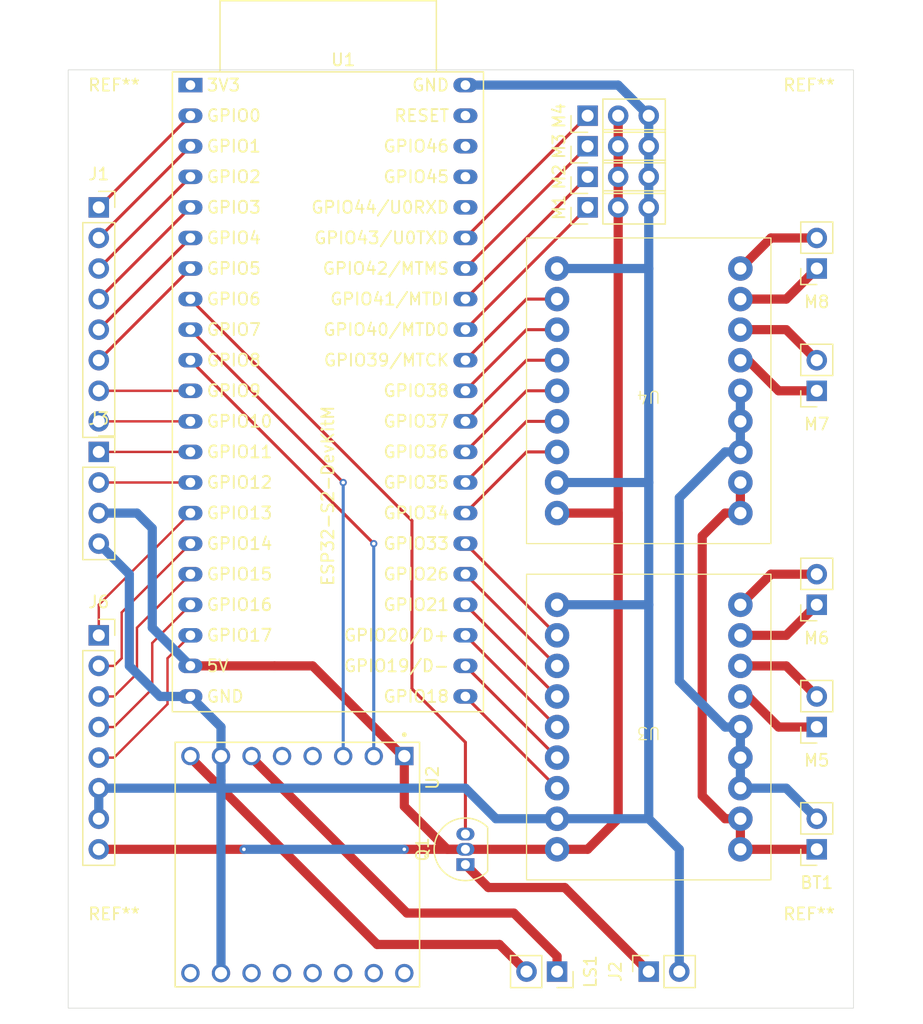
<source format=kicad_pcb>
(kicad_pcb (version 20241229) (generator "pcbnew") (generator_version "9.0")
  (layers (0 "F.Cu" signal) (2 "B.Cu" signal) (13 "F.Paste" user) (15 "B.Paste" user) (5 "F.SilkS" user "F.Silkscreen") (7 "B.SilkS" user "B.Silkscreen") (1 "F.Mask" user) (3 "B.Mask" user) (25 "Edge.Cuts" user))
  (net 0 "")
  (net 1 "GND1")
  (net 2 "VCCQ")
  (net 3 "Net-(J1-Pin_2)")
  (net 4 "Net-(J1-Pin_3)")
  (net 5 "Net-(J1-Pin_4)")
  (net 6 "Net-(J1-Pin_5)")
  (net 7 "Net-(J1-Pin_1)")
  (net 8 "Net-(J1-Pin_6)")
  (net 9 "GND")
  (net 10 "Net-(J2-Pin_1)")
  (net 11 "GPIO16")
  (net 12 "Net-(J3-Pin_1)")
  (net 13 "GPIO15")
  (net 14 "Net-(J3-Pin_2)")
  (net 15 "Net-(U2-SPK1)")
  (net 16 "Net-(U2-SPK2)")
  (net 17 "PWM_HandL")
  (net 18 "VCC")
  (net 19 "PWM_HandR")
  (net 20 "PWM_RotateFry")
  (net 21 "PWM_FixFry")
  (net 22 "Net-(M5-+)")
  (net 23 "Net-(M5--)")
  (net 24 "Net-(M6--)")
  (net 25 "Net-(M6-+)")
  (net 26 "Net-(M7-+)")
  (net 27 "Net-(M7--)")
  (net 28 "Net-(M8--)")
  (net 29 "Net-(M8-+)")
  (net 30 "Fire")
  (net 31 "R_AI_2")
  (net 32 "DF_RX")
  (net 33 "R_BI_P")
  (net 34 "L_AI_1")
  (net 35 "L_BI_P")
  (net 36 "DF_TX")
  (net 39 "L_BI_2")
  (net 40 "R_BI_2")
  (net 42 "R_AI_P")
  (net 44 "L_AI_P")
  (net 45 "R_AI_1")
  (net 47 "GPIO17")
  (net 48 "L_BI_1")
  (net 49 "R_BI_1")
  (net 50 "L_AI_2")
  (net 60 "GPIO14")
  (net 61 "GPIO13")
  (net 62 "Net-(J1-Pin_8)")
  (net 63 "Net-(J1-Pin_7)")
  (footprint "Connector_PinSocket_2.54mm:PinSocket_1x02_P2.54mm_Vertical" (layer "F.Cu") (at 104.14 111.76 90)
    (property "Reference" "J2" (at 0 -2.77 90) (layer "F.SilkS"))
    (property "Value" "Fires")
    (fp_line (start 1.33 -1.33) (end 1.33 0) (stroke (width 0.12)) (layer "F.SilkS"))
    (fp_line (start 0 -1.33) (end 1.33 -1.33) (stroke (width 0.12)) (layer "F.SilkS"))
    (fp_line (start 1.33 1.27) (end 1.33 3.87) (stroke (width 0.12)) (layer "F.SilkS"))
    (fp_line (start -1.33 1.27) (end 1.33 1.27) (stroke (width 0.12)) (layer "F.SilkS"))
    (fp_line (start -1.33 1.27) (end -1.33 3.87) (stroke (width 0.12)) (layer "F.SilkS"))
    (fp_line (start -1.33 3.87) (end 1.33 3.87) (stroke (width 0.12)) (layer "F.SilkS"))
    (pad "1" thru_hole rect (at 0 0 90) (size 1.7 1.7) (drill 1) (layers "*.Cu" "*.Mask") (net 10 "Net-(J2-Pin_1)"))
    (pad "2" thru_hole circle (at 0 2.54 90) (size 1.7 1.7) (drill 1) (layers "*.Cu" "*.Mask") (net 9 "GND"))
  )
  (footprint "Connector_PinSocket_2.54mm:PinSocket_1x02_P2.54mm_Vertical" (layer "F.Cu") (at 118.11 63.5 180)
    (property "Reference" "M7" (at 0 -2.77 180) (layer "F.SilkS"))
    (property "Value" "MotorRT")
    (fp_line (start 1.33 1.27) (end 1.33 3.87) (stroke (width 0.12)) (layer "F.SilkS"))
    (fp_line (start 1.33 -1.33) (end 1.33 0) (stroke (width 0.12)) (layer "F.SilkS"))
    (fp_line (start 0 -1.33) (end 1.33 -1.33) (stroke (width 0.12)) (layer "F.SilkS"))
    (fp_line (start -1.33 3.87) (end 1.33 3.87) (stroke (width 0.12)) (layer "F.SilkS"))
    (fp_line (start -1.33 1.27) (end 1.33 1.27) (stroke (width 0.12)) (layer "F.SilkS"))
    (fp_line (start -1.33 1.27) (end -1.33 3.87) (stroke (width 0.12)) (layer "F.SilkS"))
    (pad "1" thru_hole rect (at 0 0 180) (size 1.7 1.7) (drill 1) (layers "*.Cu" "*.Mask") (net 26 "Net-(M7-+)"))
    (pad "2" thru_hole circle (at 0 2.54 180) (size 1.7 1.7) (drill 1) (layers "*.Cu" "*.Mask") (net 27 "Net-(M7--)"))
  )
  (footprint "Connector_PinHeader_2.54mm:PinHeader_1x03_P2.54mm_Vertical" (layer "F.Cu") (at 99.06 43.18 90)
    (property "Reference" "M3" (at 0 -2.38 90) (layer "F.SilkS"))
    (property "Value" "ServoRotateFry")
    (fp_line (start -1.38 -1.38) (end 0 -1.38) (stroke (width 0.12)) (layer "F.SilkS"))
    (fp_line (start -1.38 0) (end -1.38 -1.38) (stroke (width 0.12)) (layer "F.SilkS"))
    (fp_line (start 1.38 1.27) (end 1.38 6.46) (stroke (width 0.12)) (layer "F.SilkS"))
    (fp_line (start -1.38 1.27) (end 1.38 1.27) (stroke (width 0.12)) (layer "F.SilkS"))
    (fp_line (start -1.38 1.27) (end -1.38 6.46) (stroke (width 0.12)) (layer "F.SilkS"))
    (fp_line (start -1.38 6.46) (end 1.38 6.46) (stroke (width 0.12)) (layer "F.SilkS"))
    (pad "1" thru_hole rect (at 0 0 90) (size 1.7 1.7) (drill 1) (layers "*.Cu" "*.Mask") (net 20 "PWM_RotateFry"))
    (pad "2" thru_hole circle (at 0 2.54 90) (size 1.7 1.7) (drill 1) (layers "*.Cu" "*.Mask") (net 18 "VCC"))
    (pad "3" thru_hole circle (at 0 5.08 90) (size 1.7 1.7) (drill 1) (layers "*.Cu" "*.Mask") (net 9 "GND"))
  )
  (footprint "Connector_PinSocket_2.54mm:PinSocket_1x08_P2.54mm_Vertical" (layer "F.Cu") (at 58.42 48.26)
    (property "Reference" "J1" (at 0 -2.77 0) (layer "F.SilkS"))
    (property "Value" "AdvancedConnector")
    (fp_line (start -1.33 1.27) (end -1.33 19.11) (stroke (width 0.12)) (layer "F.SilkS"))
    (fp_line (start -1.33 1.27) (end 1.33 1.27) (stroke (width 0.12)) (layer "F.SilkS"))
    (fp_line (start -1.33 19.11) (end 1.33 19.11) (stroke (width 0.12)) (layer "F.SilkS"))
    (fp_line (start 0 -1.33) (end 1.33 -1.33) (stroke (width 0.12)) (layer "F.SilkS"))
    (fp_line (start 1.33 -1.33) (end 1.33 0) (stroke (width 0.12)) (layer "F.SilkS"))
    (fp_line (start 1.33 1.27) (end 1.33 19.11) (stroke (width 0.12)) (layer "F.SilkS"))
    (pad "1" thru_hole rect (at 0 0) (size 1.7 1.7) (drill 1) (layers "*.Cu" "*.Mask") (net 7 "Net-(J1-Pin_1)"))
    (pad "2" thru_hole circle (at 0 2.54) (size 1.7 1.7) (drill 1) (layers "*.Cu" "*.Mask") (net 3 "Net-(J1-Pin_2)"))
    (pad "3" thru_hole circle (at 0 5.08) (size 1.7 1.7) (drill 1) (layers "*.Cu" "*.Mask") (net 4 "Net-(J1-Pin_3)"))
    (pad "4" thru_hole circle (at 0 7.62) (size 1.7 1.7) (drill 1) (layers "*.Cu" "*.Mask") (net 5 "Net-(J1-Pin_4)"))
    (pad "5" thru_hole circle (at 0 10.16) (size 1.7 1.7) (drill 1) (layers "*.Cu" "*.Mask") (net 6 "Net-(J1-Pin_5)"))
    (pad "6" thru_hole circle (at 0 12.7) (size 1.7 1.7) (drill 1) (layers "*.Cu" "*.Mask") (net 8 "Net-(J1-Pin_6)"))
    (pad "7" thru_hole circle (at 0 15.24) (size 1.7 1.7) (drill 1) (layers "*.Cu" "*.Mask") (net 63 "Net-(J1-Pin_7)"))
    (pad "8" thru_hole circle (at 0 17.78) (size 1.7 1.7) (drill 1) (layers "*.Cu" "*.Mask") (net 62 "Net-(J1-Pin_8)"))
  )
  (footprint "Connector_PinSocket_2.54mm:PinSocket_1x02_P2.54mm_Vertical" (layer "F.Cu") (at 96.52 111.76 -90)
    (property "Reference" "LS1" (at 0 -2.77 270) (layer "F.SilkS"))
    (property "Value" "Speaker")
    (fp_line (start -1.33 3.87) (end 1.33 3.87) (stroke (width 0.12)) (layer "F.SilkS"))
    (fp_line (start -1.33 1.27) (end -1.33 3.87) (stroke (width 0.12)) (layer "F.SilkS"))
    (fp_line (start -1.33 1.27) (end 1.33 1.27) (stroke (width 0.12)) (layer "F.SilkS"))
    (fp_line (start 1.33 1.27) (end 1.33 3.87) (stroke (width 0.12)) (layer "F.SilkS"))
    (fp_line (start 0 -1.33) (end 1.33 -1.33) (stroke (width 0.12)) (layer "F.SilkS"))
    (fp_line (start 1.33 -1.33) (end 1.33 0) (stroke (width 0.12)) (layer "F.SilkS"))
    (pad "1" thru_hole rect (at 0 0 270) (size 1.7 1.7) (drill 1) (layers "*.Cu" "*.Mask") (net 15 "Net-(U2-SPK1)"))
    (pad "2" thru_hole circle (at 0 2.54 270) (size 1.7 1.7) (drill 1) (layers "*.Cu" "*.Mask") (net 16 "Net-(U2-SPK2)"))
  )
  (footprint "Package_TO_SOT_THT:TO-92_Inline" (layer "F.Cu") (at 88.9 102.87 90)
    (property "Reference" "Q1" (at 1.27 -3.56 90) (layer "F.SilkS"))
    (property "Value" "2SC1815")
    (fp_line (start -0.53 1.85) (end 3.07 1.85) (stroke (width 0.12)) (layer "F.SilkS"))
    (fp_arc (start 1.27 -2.6) (mid 3.672087 -0.994977) (end 3.108478 1.838478) (stroke (width 0.12)) (layer "F.SilkS"))
    (fp_arc (start -0.568478 1.838478) (mid -1.132087 -0.994977) (end 1.27 -2.6) (stroke (width 0.12)) (layer "F.SilkS"))
    (pad "1" thru_hole rect (at 0 0 90) (size 1.05 1.5) (drill 0.75) (layers "*.Cu" "*.Mask") (net 10 "Net-(J2-Pin_1)"))
    (pad "2" thru_hole oval (at 1.27 0 90) (size 1.05 1.5) (drill 0.75) (layers "*.Cu" "*.Mask") (net 18 "VCC"))
    (pad "3" thru_hole oval (at 2.54 0 90) (size 1.05 1.5) (drill 0.75) (layers "*.Cu" "*.Mask") (net 30 "Fire"))
  )
  (footprint "Connector_PinSocket_2.54mm:PinSocket_1x08_P2.54mm_Vertical" (layer "F.Cu") (at 58.42 83.82)
    (property "Reference" "J6" (at 0 -2.77 0) (layer "F.SilkS"))
    (property "Value" "Conn_01x08_Socket")
    (fp_line (start -1.33 1.27) (end -1.33 19.11) (stroke (width 0.12)) (layer "F.SilkS"))
    (fp_line (start -1.33 1.27) (end 1.33 1.27) (stroke (width 0.12)) (layer "F.SilkS"))
    (fp_line (start -1.33 19.11) (end 1.33 19.11) (stroke (width 0.12)) (layer "F.SilkS"))
    (fp_line (start 0 -1.33) (end 1.33 -1.33) (stroke (width 0.12)) (layer "F.SilkS"))
    (fp_line (start 1.33 -1.33) (end 1.33 0) (stroke (width 0.12)) (layer "F.SilkS"))
    (fp_line (start 1.33 1.27) (end 1.33 19.11) (stroke (width 0.12)) (layer "F.SilkS"))
    (pad "1" thru_hole rect (at 0 0) (size 1.7 1.7) (drill 1) (layers "*.Cu" "*.Mask") (net 61 "GPIO13"))
    (pad "2" thru_hole circle (at 0 2.54) (size 1.7 1.7) (drill 1) (layers "*.Cu" "*.Mask") (net 60 "GPIO14"))
    (pad "3" thru_hole circle (at 0 5.08) (size 1.7 1.7) (drill 1) (layers "*.Cu" "*.Mask") (net 13 "GPIO15"))
    (pad "4" thru_hole circle (at 0 7.62) (size 1.7 1.7) (drill 1) (layers "*.Cu" "*.Mask") (net 11 "GPIO16"))
    (pad "5" thru_hole circle (at 0 10.16) (size 1.7 1.7) (drill 1) (layers "*.Cu" "*.Mask") (net 47 "GPIO17"))
    (pad "6" thru_hole circle (at 0 12.7) (size 1.7 1.7) (drill 1) (layers "*.Cu" "*.Mask") (net 9 "GND"))
    (pad "7" thru_hole circle (at 0 15.24) (size 1.7 1.7) (drill 1) (layers "*.Cu" "*.Mask") (net 9 "GND"))
    (pad "8" thru_hole circle (at 0 17.78) (size 1.7 1.7) (drill 1) (layers "*.Cu" "*.Mask") (net 18 "VCC"))
  )
  (footprint "自作:TB6612" (layer "F.Cu") (at 104.14 63.5 180)
    (property "Reference" "U4" (at 0 -0.5 180) (layer "F.SilkS") (effects (font (thickness 0.1))))
    (property "Value" "TB6612(R)")
    (fp_rect (start -10.16 -12.7) (end 10.16 12.7) (stroke (width 0.1)) (fill no) (layer "F.SilkS"))
    (pad "1" thru_hole circle (at -7.62 -10.16 180) (size 2.032 2.032) (drill 1.016) (layers "*.Cu" "*.Mask") (net 2 "VCCQ"))
    (pad "2" thru_hole circle (at -7.62 -7.62 180) (size 2.032 2.032) (drill 1.016) (layers "*.Cu" "*.Mask") (net 2 "VCCQ"))
    (pad "3" thru_hole circle (at -7.62 -5.08 180) (size 2.032 2.032) (drill 1.016) (layers "*.Cu" "*.Mask") (net 1 "GND1"))
    (pad "4" thru_hole circle (at -7.62 -2.54 180) (size 2.032 2.032) (drill 1.016) (layers "*.Cu" "*.Mask") (net 1 "GND1"))
    (pad "5" thru_hole circle (at -7.62 0 180) (size 2.032 2.032) (drill 1.016) (layers "*.Cu" "*.Mask") (net 1 "GND1"))
    (pad "6" thru_hole circle (at -7.62 2.54 180) (size 2.032 2.032) (drill 1.016) (layers "*.Cu" "*.Mask") (net 26 "Net-(M7-+)"))
    (pad "7" thru_hole circle (at -7.62 5.08 180) (size 2.032 2.032) (drill 1.016) (layers "*.Cu" "*.Mask") (net 27 "Net-(M7--)"))
    (pad "8" thru_hole circle (at -7.62 7.62 180) (size 2.032 2.032) (drill 1.016) (layers "*.Cu" "*.Mask") (net 29 "Net-(M8-+)"))
    (pad "9" thru_hole circle (at -7.62 10.16 180) (size 2.032 2.032) (drill 1.016) (layers "*.Cu" "*.Mask") (net 28 "Net-(M8--)"))
    (pad "10" thru_hole circle (at 7.62 10.16 180) (size 2.032 2.032) (drill 1.016) (layers "*.Cu" "*.Mask") (net 9 "GND"))
    (pad "11" thru_hole circle (at 7.62 7.62 180) (size 2.032 2.032) (drill 1.016) (layers "*.Cu" "*.Mask") (net 42 "R_AI_P"))
    (pad "12" thru_hole circle (at 7.62 5.08 180) (size 2.032 2.032) (drill 1.016) (layers "*.Cu" "*.Mask") (net 31 "R_AI_2"))
    (pad "13" thru_hole circle (at 7.62 2.54 180) (size 2.032 2.032) (drill 1.016) (layers "*.Cu" "*.Mask") (net 45 "R_AI_1"))
    (pad "14" thru_hole circle (at 7.62 0 180) (size 2.032 2.032) (drill 1.016) (layers "*.Cu" "*.Mask") (net 49 "R_BI_1"))
    (pad "15" thru_hole circle (at 7.62 -2.54 180) (size 2.032 2.032) (drill 1.016) (layers "*.Cu" "*.Mask") (net 40 "R_BI_2"))
    (pad "16" thru_hole circle (at 7.62 -5.08 180) (size 2.032 2.032) (drill 1.016) (layers "*.Cu" "*.Mask") (net 33 "R_BI_P"))
    (pad "17" thru_hole circle (at 7.62 -7.62 180) (size 2.032 2.032) (drill 1.016) (layers "*.Cu" "*.Mask") (net 9 "GND"))
    (pad "18" thru_hole circle (at 7.62 -10.16 180) (size 2.032 2.032) (drill 1.016) (layers "*.Cu" "*.Mask") (net 18 "VCC"))
  )
  (footprint "DFR0299:MODULE_DFR0299" (layer "F.Cu") (at 74.93 102.87 -90)
    (property "Reference" "U2" (at -7.225 -11.235 90) (layer "F.SilkS"))
    (property "Value" "DFPlayer")
    (fp_line (start -10.16 10.16) (end -10.16 -10.16) (stroke (width 0.127)) (layer "F.SilkS"))
    (fp_line (start 10.16 10.16) (end -10.16 10.16) (stroke (width 0.127)) (layer "F.SilkS"))
    (fp_line (start -10.16 -10.16) (end 10.16 -10.16) (stroke (width 0.127)) (layer "F.SilkS"))
    (fp_line (start 10.16 -10.16) (end 10.16 10.16) (stroke (width 0.127)) (layer "F.SilkS"))
    (fp_circle (center -10.8 -8.89) (end -10.7 -8.89) (stroke (width 0.2)) (fill no) (layer "F.SilkS"))
    (pad "1" thru_hole rect (at -9.017 -8.89 270) (size 1.524 1.524) (drill 1.016) (layers "*.Cu" "*.Mask") (net 18 "VCC"))
    (pad "2" thru_hole circle (at -9.017 -6.35 270) (size 1.524 1.524) (drill 1.016) (layers "*.Cu" "*.Mask") (net 32 "DF_RX"))
    (pad "3" thru_hole circle (at -9.017 -3.81 270) (size 1.524 1.524) (drill 1.016) (layers "*.Cu" "*.Mask") (net 36 "DF_TX"))
    (pad "4" thru_hole circle (at -9.017 -1.27 270) (size 1.524 1.524) (drill 1.016) (layers "*.Cu" "*.Mask"))
    (pad "5" thru_hole circle (at -9.017 1.27 270) (size 1.524 1.524) (drill 1.016) (layers "*.Cu" "*.Mask"))
    (pad "6" thru_hole circle (at -9.017 3.81 270) (size 1.524 1.524) (drill 1.016) (layers "*.Cu" "*.Mask") (net 15 "Net-(U2-SPK1)"))
    (pad "7" thru_hole circle (at -9.017 6.35 270) (size 1.524 1.524) (drill 1.016) (layers "*.Cu" "*.Mask") (net 9 "GND"))
    (pad "8" thru_hole circle (at -9.017 8.89 270) (size 1.524 1.524) (drill 1.016) (layers "*.Cu" "*.Mask") (net 16 "Net-(U2-SPK2)"))
    (pad "9" thru_hole circle (at 9.017 8.89 270) (size 1.524 1.524) (drill 1.016) (layers "*.Cu" "*.Mask"))
    (pad "10" thru_hole circle (at 9.017 6.35 270) (size 1.524 1.524) (drill 1.016) (layers "*.Cu" "*.Mask") (net 9 "GND"))
    (pad "11" thru_hole circle (at 9.017 3.81 270) (size 1.524 1.524) (drill 1.016) (layers "*.Cu" "*.Mask"))
    (pad "12" thru_hole circle (at 9.017 1.27 270) (size 1.524 1.524) (drill 1.016) (layers "*.Cu" "*.Mask"))
    (pad "13" thru_hole circle (at 9.017 -1.27 270) (size 1.524 1.524) (drill 1.016) (layers "*.Cu" "*.Mask"))
    (pad "14" thru_hole circle (at 9.017 -3.81 270) (size 1.524 1.524) (drill 1.016) (layers "*.Cu" "*.Mask"))
    (pad "15" thru_hole circle (at 9.017 -6.35 270) (size 1.524 1.524) (drill 1.016) (layers "*.Cu" "*.Mask"))
    (pad "16" thru_hole circle (at 9.017 -8.89 270) (size 1.524 1.524) (drill 1.016) (layers "*.Cu" "*.Mask"))
  )
  (footprint "MountingHole:MountingHole_3.2mm_M3" (layer "F.Cu") (at 59.69 111.125)
    (property "Reference" "REF**" (at 0 -4.15 0) (layer "F.SilkS"))
    (property "Value" "MountingHole_3.2mm_M3")
    (pad "" np_thru_hole circle (at 0 0) (size 3.2 3.2) (drill 3.2) (layers "*.Cu" "*.Mask"))
  )
  (footprint "MountingHole:MountingHole_3.2mm_M3" (layer "F.Cu") (at 59.69 40.64)
    (property "Reference" "REF**" (at 0 -2.54 0) (layer "F.SilkS"))
    (property "Value" "MountingHole_3.2mm_M3")
    (pad "" np_thru_hole circle (at 0 0) (size 3.2 3.2) (drill 3.2) (layers "*.Cu" "*.Mask"))
  )
  (footprint "Connector_PinHeader_2.54mm:PinHeader_1x03_P2.54mm_Vertical" (layer "F.Cu") (at 99.06 48.26 90)
    (property "Reference" "M1" (at 0 -2.38 90) (layer "F.SilkS"))
    (property "Value" "ServoHandL")
    (fp_line (start -1.38 -1.38) (end 0 -1.38) (stroke (width 0.12)) (layer "F.SilkS"))
    (fp_line (start -1.38 0) (end -1.38 -1.38) (stroke (width 0.12)) (layer "F.SilkS"))
    (fp_line (start 1.38 1.27) (end 1.38 6.46) (stroke (width 0.12)) (layer "F.SilkS"))
    (fp_line (start -1.38 1.27) (end 1.38 1.27) (stroke (width 0.12)) (layer "F.SilkS"))
    (fp_line (start -1.38 1.27) (end -1.38 6.46) (stroke (width 0.12)) (layer "F.SilkS"))
    (fp_line (start -1.38 6.46) (end 1.38 6.46) (stroke (width 0.12)) (layer "F.SilkS"))
    (pad "1" thru_hole rect (at 0 0 90) (size 1.7 1.7) (drill 1) (layers "*.Cu" "*.Mask") (net 17 "PWM_HandL"))
    (pad "2" thru_hole circle (at 0 2.54 90) (size 1.7 1.7) (drill 1) (layers "*.Cu" "*.Mask") (net 18 "VCC"))
    (pad "3" thru_hole circle (at 0 5.08 90) (size 1.7 1.7) (drill 1) (layers "*.Cu" "*.Mask") (net 9 "GND"))
  )
  (footprint "MountingHole:MountingHole_3.2mm_M3" (layer "F.Cu") (at 117.475 111.125)
    (property "Reference" "REF**" (at 0 -4.15 0) (layer "F.SilkS"))
    (property "Value" "MountingHole_3.2mm_M3")
    (pad "" np_thru_hole circle (at 0 0) (size 3.2 3.2) (drill 3.2) (layers "*.Cu" "*.Mask"))
  )
  (footprint "Connector_PinHeader_2.54mm:PinHeader_1x03_P2.54mm_Vertical" (layer "F.Cu") (at 99.06 45.72 90)
    (property "Reference" "M2" (at 0 -2.38 90) (layer "F.SilkS"))
    (property "Value" "ServoHandR")
    (fp_line (start -1.38 -1.38) (end 0 -1.38) (stroke (width 0.12)) (layer "F.SilkS"))
    (fp_line (start -1.38 0) (end -1.38 -1.38) (stroke (width 0.12)) (layer "F.SilkS"))
    (fp_line (start 1.38 1.27) (end 1.38 6.46) (stroke (width 0.12)) (layer "F.SilkS"))
    (fp_line (start -1.38 1.27) (end 1.38 1.27) (stroke (width 0.12)) (layer "F.SilkS"))
    (fp_line (start -1.38 1.27) (end -1.38 6.46) (stroke (width 0.12)) (layer "F.SilkS"))
    (fp_line (start -1.38 6.46) (end 1.38 6.46) (stroke (width 0.12)) (layer "F.SilkS"))
    (pad "1" thru_hole rect (at 0 0 90) (size 1.7 1.7) (drill 1) (layers "*.Cu" "*.Mask") (net 19 "PWM_HandR"))
    (pad "2" thru_hole circle (at 0 2.54 90) (size 1.7 1.7) (drill 1) (layers "*.Cu" "*.Mask") (net 18 "VCC"))
    (pad "3" thru_hole circle (at 0 5.08 90) (size 1.7 1.7) (drill 1) (layers "*.Cu" "*.Mask") (net 9 "GND"))
  )
  (footprint "自作:TB6612" (layer "F.Cu") (at 104.14 91.44 180)
    (property "Reference" "U3" (at 0 -0.5 180) (layer "F.SilkS") (effects (font (thickness 0.1))))
    (property "Value" "TB6612(L)")
    (fp_rect (start -10.16 -12.7) (end 10.16 12.7) (stroke (width 0.1)) (fill no) (layer "F.SilkS"))
    (pad "1" thru_hole circle (at -7.62 -10.16 180) (size 2.032 2.032) (drill 1.016) (layers "*.Cu" "*.Mask") (net 2 "VCCQ"))
    (pad "2" thru_hole circle (at -7.62 -7.62 180) (size 2.032 2.032) (drill 1.016) (layers "*.Cu" "*.Mask") (net 2 "VCCQ"))
    (pad "3" thru_hole circle (at -7.62 -5.08 180) (size 2.032 2.032) (drill 1.016) (layers "*.Cu" "*.Mask") (net 1 "GND1"))
    (pad "4" thru_hole circle (at -7.62 -2.54 180) (size 2.032 2.032) (drill 1.016) (layers "*.Cu" "*.Mask") (net 1 "GND1"))
    (pad "5" thru_hole circle (at -7.62 0 180) (size 2.032 2.032) (drill 1.016) (layers "*.Cu" "*.Mask") (net 1 "GND1"))
    (pad "6" thru_hole circle (at -7.62 2.54 180) (size 2.032 2.032) (drill 1.016) (layers "*.Cu" "*.Mask") (net 22 "Net-(M5-+)"))
    (pad "7" thru_hole circle (at -7.62 5.08 180) (size 2.032 2.032) (drill 1.016) (layers "*.Cu" "*.Mask") (net 23 "Net-(M5--)"))
    (pad "8" thru_hole circle (at -7.62 7.62 180) (size 2.032 2.032) (drill 1.016) (layers "*.Cu" "*.Mask") (net 25 "Net-(M6-+)"))
    (pad "9" thru_hole circle (at -7.62 10.16 180) (size 2.032 2.032) (drill 1.016) (layers "*.Cu" "*.Mask") (net 24 "Net-(M6--)"))
    (pad "10" thru_hole circle (at 7.62 10.16 180) (size 2.032 2.032) (drill 1.016) (layers "*.Cu" "*.Mask") (net 9 "GND"))
    (pad "11" thru_hole circle (at 7.62 7.62 180) (size 2.032 2.032) (drill 1.016) (layers "*.Cu" "*.Mask") (net 44 "L_AI_P"))
    (pad "12" thru_hole circle (at 7.62 5.08 180) (size 2.032 2.032) (drill 1.016) (layers "*.Cu" "*.Mask") (net 50 "L_AI_2"))
    (pad "13" thru_hole circle (at 7.62 2.54 180) (size 2.032 2.032) (drill 1.016) (layers "*.Cu" "*.Mask") (net 34 "L_AI_1"))
    (pad "14" thru_hole circle (at 7.62 0 180) (size 2.032 2.032) (drill 1.016) (layers "*.Cu" "*.Mask") (net 48 "L_BI_1"))
    (pad "15" thru_hole circle (at 7.62 -2.54 180) (size 2.032 2.032) (drill 1.016) (layers "*.Cu" "*.Mask") (net 39 "L_BI_2"))
    (pad "16" thru_hole circle (at 7.62 -5.08 180) (size 2.032 2.032) (drill 1.016) (layers "*.Cu" "*.Mask") (net 35 "L_BI_P"))
    (pad "17" thru_hole circle (at 7.62 -7.62 180) (size 2.032 2.032) (drill 1.016) (layers "*.Cu" "*.Mask") (net 9 "GND"))
    (pad "18" thru_hole circle (at 7.62 -10.16 180) (size 2.032 2.032) (drill 1.016) (layers "*.Cu" "*.Mask") (net 18 "VCC"))
  )
  (footprint "Connector_PinSocket_2.54mm:PinSocket_1x02_P2.54mm_Vertical" (layer "F.Cu") (at 118.11 53.34 180)
    (property "Reference" "M8" (at 0 -2.77 180) (layer "F.SilkS"))
    (property "Value" "MotorRB")
    (fp_line (start 1.33 1.27) (end 1.33 3.87) (stroke (width 0.12)) (layer "F.SilkS"))
    (fp_line (start 1.33 -1.33) (end 1.33 0) (stroke (width 0.12)) (layer "F.SilkS"))
    (fp_line (start 0 -1.33) (end 1.33 -1.33) (stroke (width 0.12)) (layer "F.SilkS"))
    (fp_line (start -1.33 3.87) (end 1.33 3.87) (stroke (width 0.12)) (layer "F.SilkS"))
    (fp_line (start -1.33 1.27) (end 1.33 1.27) (stroke (width 0.12)) (layer "F.SilkS"))
    (fp_line (start -1.33 1.27) (end -1.33 3.87) (stroke (width 0.12)) (layer "F.SilkS"))
    (pad "1" thru_hole rect (at 0 0 180) (size 1.7 1.7) (drill 1) (layers "*.Cu" "*.Mask") (net 29 "Net-(M8-+)"))
    (pad "2" thru_hole circle (at 0 2.54 180) (size 1.7 1.7) (drill 1) (layers "*.Cu" "*.Mask") (net 28 "Net-(M8--)"))
  )
  (footprint "Connector_PinSocket_2.54mm:PinSocket_1x02_P2.54mm_Vertical" (layer "F.Cu") (at 118.11 91.44 180)
    (property "Reference" "M5" (at 0 -2.77 180) (layer "F.SilkS"))
    (property "Value" "MotorLT")
    (fp_line (start 1.33 1.27) (end 1.33 3.87) (stroke (width 0.12)) (layer "F.SilkS"))
    (fp_line (start 1.33 -1.33) (end 1.33 0) (stroke (width 0.12)) (layer "F.SilkS"))
    (fp_line (start 0 -1.33) (end 1.33 -1.33) (stroke (width 0.12)) (layer "F.SilkS"))
    (fp_line (start -1.33 3.87) (end 1.33 3.87) (stroke (width 0.12)) (layer "F.SilkS"))
    (fp_line (start -1.33 1.27) (end 1.33 1.27) (stroke (width 0.12)) (layer "F.SilkS"))
    (fp_line (start -1.33 1.27) (end -1.33 3.87) (stroke (width 0.12)) (layer "F.SilkS"))
    (pad "1" thru_hole rect (at 0 0 180) (size 1.7 1.7) (drill 1) (layers "*.Cu" "*.Mask") (net 22 "Net-(M5-+)"))
    (pad "2" thru_hole circle (at 0 2.54 180) (size 1.7 1.7) (drill 1) (layers "*.Cu" "*.Mask") (net 23 "Net-(M5--)"))
  )
  (footprint "MountingHole:MountingHole_3.2mm_M3" (layer "F.Cu") (at 117.475 40.64)
    (property "Reference" "REF**" (at 0 -2.54 0) (layer "F.SilkS"))
    (property "Value" "MountingHole_3.2mm_M3")
    (pad "" np_thru_hole circle (at 0 0) (size 3.2 3.2) (drill 3.2) (layers "*.Cu" "*.Mask"))
  )
  (footprint "Connector_PinHeader_2.54mm:PinHeader_1x03_P2.54mm_Vertical" (layer "F.Cu") (at 99.06 40.64 90)
    (property "Reference" "M4" (at 0 -2.38 90) (layer "F.SilkS"))
    (property "Value" "ServoFixFry")
    (fp_line (start -1.38 -1.38) (end 0 -1.38) (stroke (width 0.12)) (layer "F.SilkS"))
    (fp_line (start -1.38 0) (end -1.38 -1.38) (stroke (width 0.12)) (layer "F.SilkS"))
    (fp_line (start 1.38 1.27) (end 1.38 6.46) (stroke (width 0.12)) (layer "F.SilkS"))
    (fp_line (start -1.38 1.27) (end 1.38 1.27) (stroke (width 0.12)) (layer "F.SilkS"))
    (fp_line (start -1.38 1.27) (end -1.38 6.46) (stroke (width 0.12)) (layer "F.SilkS"))
    (fp_line (start -1.38 6.46) (end 1.38 6.46) (stroke (width 0.12)) (layer "F.SilkS"))
    (pad "1" thru_hole rect (at 0 0 90) (size 1.7 1.7) (drill 1) (layers "*.Cu" "*.Mask") (net 21 "PWM_FixFry"))
    (pad "2" thru_hole circle (at 0 2.54 90) (size 1.7 1.7) (drill 1) (layers "*.Cu" "*.Mask") (net 18 "VCC"))
    (pad "3" thru_hole circle (at 0 5.08 90) (size 1.7 1.7) (drill 1) (layers "*.Cu" "*.Mask") (net 9 "GND"))
  )
  (footprint "Connector_PinSocket_2.54mm:PinSocket_1x04_P2.54mm_Vertical" (layer "F.Cu") (at 58.42 68.58)
    (property "Reference" "J3" (at 0 -2.77 0) (layer "F.SilkS"))
    (property "Value" "Conn_01x04_Socket")
    (fp_line (start -1.33 1.27) (end -1.33 8.95) (stroke (width 0.12)) (layer "F.SilkS"))
    (fp_line (start -1.33 1.27) (end 1.33 1.27) (stroke (width 0.12)) (layer "F.SilkS"))
    (fp_line (start -1.33 8.95) (end 1.33 8.95) (stroke (width 0.12)) (layer "F.SilkS"))
    (fp_line (start 0 -1.33) (end 1.33 -1.33) (stroke (width 0.12)) (layer "F.SilkS"))
    (fp_line (start 1.33 -1.33) (end 1.33 0) (stroke (width 0.12)) (layer "F.SilkS"))
    (fp_line (start 1.33 1.27) (end 1.33 8.95) (stroke (width 0.12)) (layer "F.SilkS"))
    (pad "1" thru_hole rect (at 0 0) (size 1.7 1.7) (drill 1) (layers "*.Cu" "*.Mask") (net 12 "Net-(J3-Pin_1)"))
    (pad "2" thru_hole circle (at 0 2.54) (size 1.7 1.7) (drill 1) (layers "*.Cu" "*.Mask") (net 14 "Net-(J3-Pin_2)"))
    (pad "3" thru_hole circle (at 0 5.08) (size 1.7 1.7) (drill 1) (layers "*.Cu" "*.Mask") (net 18 "VCC"))
    (pad "4" thru_hole circle (at 0 7.62) (size 1.7 1.7) (drill 1) (layers "*.Cu" "*.Mask") (net 9 "GND"))
  )
  (footprint "Connector_PinSocket_2.54mm:PinSocket_1x02_P2.54mm_Vertical" (layer "F.Cu") (at 118.11 101.6 180)
    (property "Reference" "BT1" (at 0 -2.77 180) (layer "F.SilkS"))
    (property "Value" "MotorBattery")
    (fp_line (start 1.33 1.27) (end 1.33 3.87) (stroke (width 0.12)) (layer "F.SilkS"))
    (fp_line (start 1.33 -1.33) (end 1.33 0) (stroke (width 0.12)) (layer "F.SilkS"))
    (fp_line (start 0 -1.33) (end 1.33 -1.33) (stroke (width 0.12)) (layer "F.SilkS"))
    (fp_line (start -1.33 3.87) (end 1.33 3.87) (stroke (width 0.12)) (layer "F.SilkS"))
    (fp_line (start -1.33 1.27) (end 1.33 1.27) (stroke (width 0.12)) (layer "F.SilkS"))
    (fp_line (start -1.33 1.27) (end -1.33 3.87) (stroke (width 0.12)) (layer "F.SilkS"))
    (pad "1" thru_hole rect (at 0 0 180) (size 1.7 1.7) (drill 1) (layers "*.Cu" "*.Mask") (net 2 "VCCQ"))
    (pad "2" thru_hole circle (at 0 2.54 180) (size 1.7 1.7) (drill 1) (layers "*.Cu" "*.Mask") (net 1 "GND1"))
  )
  (footprint "Connector_PinSocket_2.54mm:PinSocket_1x02_P2.54mm_Vertical" (layer "F.Cu") (at 118.11 81.28 180)
    (property "Reference" "M6" (at 0 -2.77 180) (layer "F.SilkS"))
    (property "Value" "MotorLB")
    (fp_line (start 1.33 1.27) (end 1.33 3.87) (stroke (width 0.12)) (layer "F.SilkS"))
    (fp_line (start 1.33 -1.33) (end 1.33 0) (stroke (width 0.12)) (layer "F.SilkS"))
    (fp_line (start 0 -1.33) (end 1.33 -1.33) (stroke (width 0.12)) (layer "F.SilkS"))
    (fp_line (start -1.33 3.87) (end 1.33 3.87) (stroke (width 0.12)) (layer "F.SilkS"))
    (fp_line (start -1.33 1.27) (end 1.33 1.27) (stroke (width 0.12)) (layer "F.SilkS"))
    (fp_line (start -1.33 1.27) (end -1.33 3.87) (stroke (width 0.12)) (layer "F.SilkS"))
    (pad "1" thru_hole rect (at 0 0 180) (size 1.7 1.7) (drill 1) (layers "*.Cu" "*.Mask") (net 25 "Net-(M6-+)"))
    (pad "2" thru_hole circle (at 0 2.54 180) (size 1.7 1.7) (drill 1) (layers "*.Cu" "*.Mask") (net 24 "Net-(M6--)"))
  )
  (footprint "PCM_Espressif:ESP32-S2-DevKitM" (layer "F.Cu") (at 66.04 38.1)
    (property "Reference" "U1" (at 12.7 -2.1 0) (layer "F.SilkS"))
    (property "Value" "ESP32-S2-DevKitM" (at 11.42632 34.13 90) (layer "F.SilkS"))
    (fp_line (start -1.503679 52.06728) (end 24.35632 52.06728) (stroke (width 0.12)) (layer "F.SilkS"))
    (fp_line (start -1.499999 -1.1) (end -1.503679 52.06728) (stroke (width 0.12)) (layer "F.SilkS"))
    (fp_line (start 2.46012 -7.01312) (end 20.44332 -7.01312) (stroke (width 0.12)) (layer "F.SilkS"))
    (fp_line (start 2.46012 -1.12032) (end 2.46012 -7.01312) (stroke (width 0.12)) (layer "F.SilkS"))
    (fp_line (start 20.44332 -7.01312) (end 20.44332 -1.12032) (stroke (width 0.12)) (layer "F.SilkS"))
    (fp_line (start 24.35632 52.06728) (end 24.36 -1.1) (stroke (width 0.12)) (layer "F.SilkS"))
    (fp_line (start 24.36 -1.1) (end -1.499999 -1.1) (stroke (width 0.12)) (layer "F.SilkS"))
    (fp_text user "GPIO5" (at 1.26632 15.23728 0) (layer "F.SilkS") (effects (justify left)))
    (fp_text user "GPIO18" (at 21.58632 50.79728 0) (layer "F.SilkS") (effects (justify right)))
    (fp_text user "GPIO39/MTCK" (at 21.58632 22.85728 0) (layer "F.SilkS") (effects (justify right)))
    (fp_text user "GPIO17" (at 1.26632 45.71728 0) (layer "F.SilkS") (effects (justify left)))
    (fp_text user "GPIO20/D+" (at 21.58632 45.71728 0) (layer "F.SilkS") (effects (justify right)))
    (fp_text user "GPIO19/D-" (at 21.58632 48.25728 0) (layer "F.SilkS") (effects (justify right)))
    (fp_text user "GPIO34" (at 21.58632 35.55728 0) (layer "F.SilkS") (effects (justify right)))
    (fp_text user "GPIO40/MTDO" (at 21.58632 20.31728 0) (layer "F.SilkS") (effects (justify right)))
    (fp_text user "GPIO41/MTDI" (at 21.58632 17.77728 0) (layer "F.SilkS") (effects (justify right)))
    (fp_text user "5V" (at 1.26632 48.25728 0) (layer "F.SilkS") (effects (justify left)))
    (fp_text user "GPIO37" (at 21.58632 27.93728 0) (layer "F.SilkS") (effects (justify right)))
    (fp_text user "3V3" (at 1.27 0 0) (layer "F.SilkS") (effects (justify left)))
    (fp_text user "GPIO13" (at 1.26632 35.55728 0) (layer "F.SilkS") (effects (justify left)))
    (fp_text user "GPIO9" (at 1.26632 25.39728 0) (layer "F.SilkS") (effects (justify left)))
    (fp_text user "GPIO42/MTMS" (at 21.58632 15.23728 0) (layer "F.SilkS") (effects (justify right)))
    (fp_text user "GPIO6" (at 1.26632 17.77728 0) (layer "F.SilkS") (effects (justify left)))
    (fp_text user "GPIO11" (at 1.26632 30.47728 0) (layer "F.SilkS") (effects (justify left)))
    (fp_text user "GPIO10" (at 1.26632 27.93728 0) (layer "F.SilkS") (effects (justify left)))
    (fp_text user "GPIO26" (at 21.58632 40.63728 0) (layer "F.SilkS") (effects (justify right)))
    (fp_text user "GPIO1" (at 1.26632 5.07728 0) (layer "F.SilkS") (effects (justify left)))
    (fp_text user "GND" (at 1.26632 50.79728 0) (layer "F.SilkS") (effects (justify left)))
    (fp_text user "GPIO2" (at 1.26632 7.61728 0) (layer "F.SilkS") (effects (justify left)))
    (fp_text user "GPIO14" (at 1.26632 38.09728 0) (layer "F.SilkS") (effects (justify left)))
    (fp_text user "GPIO36" (at 21.58632 30.47728 0) (layer "F.SilkS") (effects (justify right)))
    (fp_text user "GPIO45" (at 21.58632 7.61728 0) (layer "F.SilkS") (effects (justify right)))
    (fp_text user "GPIO3" (at 1.27 10.15728 0) (layer "F.SilkS") (effects (justify left)))
    (fp_text user "GND" (at 21.59 0 0) (layer "F.SilkS") (effects (justify right)))
    (fp_text user "GPIO7" (at 1.26632 20.31728 0) (layer "F.SilkS") (effects (justify left)))
    (fp_text user "GPIO16" (at 1.26632 43.17728 0) (layer "F.SilkS") (effects (justify left)))
    (fp_text user "GPIO43/U0TXD" (at 21.58632 12.69728 0) (layer "F.SilkS") (effects (justify right)))
    (fp_text user "RESET" (at 21.58632 2.53728 0) (layer "F.SilkS") (effects (justify right)))
    (fp_text user "GPIO38" (at 21.58632 25.39728 0) (layer "F.SilkS") (effects (justify right)))
    (fp_text user "GPIO4" (at 1.26632 12.69728 0) (layer "F.SilkS") (effects (justify left)))
    (fp_text user "GPIO35" (at 21.58632 33.01728 0) (layer "F.SilkS") (effects (justify right)))
    (fp_text user "GPIO8" (at 1.26632 22.85728 0) (layer "F.SilkS") (effects (justify left)))
    (fp_text user "GPIO21" (at 21.58632 43.17728 0) (layer "F.SilkS") (effects (justify right)))
    (fp_text user "GPIO15" (at 1.26632 40.63728 0) (layer "F.SilkS") (effects (justify left)))
    (fp_text user "GPIO12" (at 1.26632 33.01728 0) (layer "F.SilkS") (effects (justify left)))
    (fp_text user "GPIO46" (at 21.58632 5.07728 0) (layer "F.SilkS") (effects (justify right)))
    (fp_text user "GPIO33" (at 21.58632 38.09728 0) (layer "F.SilkS") (effects (justify right)))
    (fp_text user "GPIO44/U0RXD" (at 21.58632 10.15728 0) (layer "F.SilkS") (effects (justify right)))
    (fp_text user "GPIO0" (at 1.26632 2.53728 0) (layer "F.SilkS") (effects (justify left)))
    (pad "1" thru_hole rect (at 0 0 270) (size 1.2 2) (drill 0.8) (layers "*.Cu" "*.Mask"))
    (pad "2" thru_hole oval (at 0 2.54 270) (size 1.2 2) (drill 0.8) (layers "*.Cu" "*.Mask") (net 7 "Net-(J1-Pin_1)"))
    (pad "3" thru_hole oval (at 0 5.08 270) (size 1.2 2) (drill 0.8) (layers "*.Cu" "*.Mask") (net 3 "Net-(J1-Pin_2)"))
    (pad "4" thru_hole oval (at 0 7.62 270) (size 1.2 2) (drill 0.8) (layers "*.Cu" "*.Mask") (net 4 "Net-(J1-Pin_3)"))
    (pad "5" thru_hole oval (at 0 10.16 270) (size 1.2 2) (drill 0.8) (layers "*.Cu" "*.Mask") (net 5 "Net-(J1-Pin_4)"))
    (pad "6" thru_hole oval (at 0 12.7 270) (size 1.2 2) (drill 0.8) (layers "*.Cu" "*.Mask") (net 6 "Net-(J1-Pin_5)"))
    (pad "7" thru_hole oval (at 0 15.24 270) (size 1.2 2) (drill 0.8) (layers "*.Cu" "*.Mask") (net 8 "Net-(J1-Pin_6)"))
    (pad "8" thru_hole oval (at 0 17.78 270) (size 1.2 2) (drill 0.8) (layers "*.Cu" "*.Mask") (net 30 "Fire"))
    (pad "9" thru_hole oval (at 0 20.32 270) (size 1.2 2) (drill 0.8) (layers "*.Cu" "*.Mask") (net 36 "DF_TX"))
    (pad "10" thru_hole oval (at 0 22.86 270) (size 1.2 2) (drill 0.8) (layers "*.Cu" "*.Mask") (net 32 "DF_RX"))
    (pad "11" thru_hole oval (at 0 25.4 270) (size 1.2 2) (drill 0.8) (layers "*.Cu" "*.Mask") (net 63 "Net-(J1-Pin_7)"))
    (pad "12" thru_hole oval (at 0 27.94 270) (size 1.2 2) (drill 0.8) (layers "*.Cu" "*.Mask") (net 62 "Net-(J1-Pin_8)"))
    (pad "13" thru_hole oval (at 0 30.48 270) (size 1.2 2) (drill 0.8) (layers "*.Cu" "*.Mask") (net 12 "Net-(J3-Pin_1)"))
    (pad "14" thru_hole oval (at 0 33.02 270) (size 1.2 2) (drill 0.8) (layers "*.Cu" "*.Mask") (net 14 "Net-(J3-Pin_2)"))
    (pad "15" thru_hole oval (at 0 35.56 270) (size 1.2 2) (drill 0.8) (layers "*.Cu" "*.Mask") (net 61 "GPIO13"))
    (pad "16" thru_hole oval (at 0 38.1 270) (size 1.2 2) (drill 0.8) (layers "*.Cu" "*.Mask") (net 60 "GPIO14"))
    (pad "17" thru_hole oval (at 0 40.64 270) (size 1.2 2) (drill 0.8) (layers "*.Cu" "*.Mask") (net 13 "GPIO15"))
    (pad "18" thru_hole oval (at 0 43.18 270) (size 1.2 2) (drill 0.8) (layers "*.Cu" "*.Mask") (net 11 "GPIO16"))
    (pad "19" thru_hole oval (at 0 45.72 270) (size 1.2 2) (drill 0.8) (layers "*.Cu" "*.Mask") (net 47 "GPIO17"))
    (pad "20" thru_hole oval (at -0.00368 48.25728 270) (size 1.2 2) (drill 0.8) (layers "*.Cu" "*.Mask") (net 18 "VCC"))
    (pad "21" thru_hole oval (at -0.00368 50.79728 270) (size 1.2 2) (drill 0.8) (layers "*.Cu" "*.Mask") (net 9 "GND"))
    (pad "22" thru_hole oval (at 22.85632 50.79728 270) (size 1.2 2) (drill 0.8) (layers "*.Cu" "*.Mask") (net 35 "L_BI_P"))
    (pad "23" thru_hole oval (at 22.86 48.25728 270) (size 1.2 2) (drill 0.8) (layers "*.Cu" "*.Mask") (net 39 "L_BI_2"))
    (pad "24" thru_hole oval (at 22.86 45.71728 270) (size 1.2 2) (drill 0.8) (layers "*.Cu" "*.Mask") (net 48 "L_BI_1"))
    (pad "25" thru_hole oval (at 22.86 43.17728 270) (size 1.2 2) (drill 0.8) (layers "*.Cu" "*.Mask") (net 34 "L_AI_1"))
    (pad "26" thru_hole oval (at 22.86 40.63728 270) (size 1.2 2) (drill 0.8) (layers "*.Cu" "*.Mask") (net 50 "L_AI_2"))
    (pad "27" thru_hole oval (at 22.86 38.09728 270) (size 1.2 2) (drill 0.8) (layers "*.Cu" "*.Mask") (net 44 "L_AI_P"))
    (pad "28" thru_hole oval (at 22.86 35.55728 270) (size 1.2 2) (drill 0.8) (layers "*.Cu" "*.Mask") (net 33 "R_BI_P"))
    (pad "29" thru_hole oval (at 22.86 33.01728 270) (size 1.2 2) (drill 0.8) (layers "*.Cu" "*.Mask") (net 40 "R_BI_2"))
    (pad "30" thru_hole oval (at 22.86 30.47728 270) (size 1.2 2) (drill 0.8) (layers "*.Cu" "*.Mask") (net 49 "R_BI_1"))
    (pad "31" thru_hole oval (at 22.86 27.93728 270) (size 1.2 2) (drill 0.8) (layers "*.Cu" "*.Mask") (net 45 "R_AI_1"))
    (pad "32" thru_hole oval (at 22.86 25.39728 270) (size 1.2 2) (drill 0.8) (layers "*.Cu" "*.Mask") (net 31 "R_AI_2"))
    (pad "33" thru_hole oval (at 22.86 22.85728 270) (size 1.2 2) (drill 0.8) (layers "*.Cu" "*.Mask") (net 42 "R_AI_P"))
    (pad "34" thru_hole oval (at 22.86 20.31728 270) (size 1.2 2) (drill 0.8) (layers "*.Cu" "*.Mask") (net 17 "PWM_HandL"))
    (pad "35" thru_hole oval (at 22.86 17.77728 270) (size 1.2 2) (drill 0.8) (layers "*.Cu" "*.Mask") (net 19 "PWM_HandR"))
    (pad "36" thru_hole oval (at 22.86 15.23728 270) (size 1.2 2) (drill 0.8) (layers "*.Cu" "*.Mask") (net 20 "PWM_RotateFry"))
    (pad "37" thru_hole oval (at 22.86 12.69728 270) (size 1.2 2) (drill 0.8) (layers "*.Cu" "*.Mask") (net 21 "PWM_FixFry"))
    (pad "38" thru_hole oval (at 22.86 10.15728 270) (size 1.2 2) (drill 0.8) (layers "*.Cu" "*.Mask"))
    (pad "39" thru_hole oval (at 22.86 7.61728 270) (size 1.2 2) (drill 0.8) (layers "*.Cu" "*.Mask"))
    (pad "40" thru_hole oval (at 22.86 5.07728 270) (size 1.2 2) (drill 0.8) (layers "*.Cu" "*.Mask"))
    (pad "41" thru_hole oval (at 22.86 2.53728 270) (size 1.2 2) (drill 0.8) (layers "*.Cu" "*.Mask"))
    (pad "42" thru_hole oval (at 22.86 -0.00272 270) (size 1.2 2) (drill 0.8) (layers "*.Cu" "*.Mask") (net 9 "GND"))
  )
  (gr_rect (start 55.88 36.83) (end 121.16 114.8) (stroke (width 0.05)) (fill no) (layer "Edge.Cuts"))
  (segment (start 111.76 91.44) (end 111.76 96.52) (width 0.762) (layer "B.Cu") (net 1))
  (segment (start 115.57 96.52) (end 118.11 99.06) (width 0.762) (layer "B.Cu") (net 1))
  (segment (start 111.76 63.5) (end 111.76 68.58) (width 0.762) (layer "B.Cu") (net 1))
  (segment (start 111.76 96.52) (end 115.57 96.52) (width 0.762) (layer "B.Cu") (net 1))
  (segment (start 110.49 91.44) (end 111.76 91.44) (width 0.762) (layer "B.Cu") (net 1))
  (segment (start 110.49 68.58) (end 106.68 72.39) (width 0.762) (layer "B.Cu") (net 1))
  (segment (start 111.76 68.58) (end 110.49 68.58) (width 0.762) (layer "B.Cu") (net 1))
  (segment (start 106.68 87.63) (end 110.49 91.44) (width 0.762) (layer "B.Cu") (net 1))
  (segment (start 106.68 72.39) (end 106.68 87.63) (width 0.762) (layer "B.Cu") (net 1))
  (segment (start 110.49 73.66) (end 111.76 73.66) (width 0.762) (layer "F.Cu") (net 2))
  (segment (start 108.585 97.155) (end 108.585 75.565) (width 0.762) (layer "F.Cu") (net 2))
  (segment (start 110.49 99.06) (end 108.585 97.155) (width 0.762) (layer "F.Cu") (net 2))
  (segment (start 111.76 101.6) (end 118.11 101.6) (width 0.762) (layer "F.Cu") (net 2))
  (segment (start 111.76 73.66) (end 111.76 71.12) (width 0.762) (layer "F.Cu") (net 2))
  (segment (start 111.76 101.6) (end 111.76 99.06) (width 0.762) (layer "F.Cu") (net 2))
  (segment (start 108.585 75.565) (end 110.49 73.66) (width 0.762) (layer "F.Cu") (net 2))
  (segment (start 111.76 99.06) (end 110.49 99.06) (width 0.762) (layer "F.Cu") (net 2))
  (segment (start 66.04 43.18) (end 58.42 50.8) (width 0.254) (layer "F.Cu") (net 3))
  (segment (start 58.42 53.34) (end 66.04 45.72) (width 0.254) (layer "F.Cu") (net 4))
  (segment (start 66.04 48.26) (end 58.42 55.88) (width 0.254) (layer "F.Cu") (net 5))
  (segment (start 58.42 58.42) (end 66.04 50.8) (width 0.254) (layer "F.Cu") (net 6))
  (segment (start 58.42 48.26) (end 66.04 40.64) (width 0.254) (layer "F.Cu") (net 7))
  (segment (start 66.04 53.34) (end 58.42 60.96) (width 0.254) (layer "F.Cu") (net 8))
  (segment (start 106.68 101.6) (end 106.68 111.76) (width 0.762) (layer "B.Cu") (net 9))
  (segment (start 101.59728 38.09728) (end 104.14 40.64) (width 0.762) (layer "B.Cu") (net 9))
  (segment (start 88.9 96.52) (end 68.58 96.52) (width 0.762) (layer "B.Cu") (net 9))
  (segment (start 104.14 71.12) (end 104.14 81.28) (width 0.762) (layer "B.Cu") (net 9))
  (segment (start 66.03632 88.89728) (end 63.49728 88.89728) (width 0.762) (layer "B.Cu") (net 9))
  (segment (start 63.49728 88.89728) (end 60.96 86.36) (width 0.762) (layer "B.Cu") (net 9))
  (segment (start 96.52 99.06) (end 91.44 99.06) (width 0.762) (layer "B.Cu") (net 9))
  (segment (start 68.58 93.98) (end 68.58 95.885) (width 0.762) (layer "B.Cu") (net 9))
  (segment (start 68.58 96.52) (end 68.58 112.014) (width 0.762) (layer "B.Cu") (net 9))
  (segment (start 60.96 78.74) (end 58.42 76.2) (width 0.762) (layer "B.Cu") (net 9))
  (segment (start 96.52 99.06) (end 104.14 99.06) (width 0.762) (layer "B.Cu") (net 9))
  (segment (start 88.9 38.09728) (end 101.59728 38.09728) (width 0.762) (layer "B.Cu") (net 9))
  (segment (start 68.58 96.52) (end 58.42 96.52) (width 0.762) (layer "B.Cu") (net 9))
  (segment (start 104.14 81.28) (end 104.14 99.06) (width 0.762) (layer "B.Cu") (net 9))
  (segment (start 96.52 53.34) (end 104.14 53.34) (width 0.762) (layer "B.Cu") (net 9))
  (segment (start 104.14 53.34) (end 104.14 71.12) (width 0.762) (layer "B.Cu") (net 9))
  (segment (start 60.96 86.36) (end 60.96 78.74) (width 0.762) (layer "B.Cu") (net 9))
  (segment (start 68.58 95.885) (end 68.58 96.52) (width 0.762) (layer "B.Cu") (net 9))
  (segment (start 68.58 91.43632) (end 68.58 93.98) (width 0.762) (layer "B.Cu") (net 9))
  (segment (start 96.52 81.28) (end 104.14 81.28) (width 0.762) (layer "B.Cu") (net 9))
  (segment (start 96.52 71.12) (end 104.14 71.12) (width 0.762) (layer "B.Cu") (net 9))
  (segment (start 104.14 40.64) (end 104.14 53.34) (width 0.762) (layer "B.Cu") (net 9))
  (segment (start 91.44 99.06) (end 88.9 96.52) (width 0.762) (layer "B.Cu") (net 9))
  (segment (start 58.42 96.52) (end 58.42 99.06) (width 0.762) (layer "B.Cu") (net 9))
  (segment (start 66.04096 88.89728) (end 68.58 91.43632) (width 0.762) (layer "B.Cu") (net 9))
  (segment (start 66.03632 88.89728) (end 66.03632 88.90368) (width 0.762) (layer "B.Cu") (net 9))
  (segment (start 66.03632 88.89728) (end 66.04096 88.89728) (width 0.762) (layer "B.Cu") (net 9))
  (segment (start 104.14 99.06) (end 106.68 101.6) (width 0.762) (layer "B.Cu") (net 9))
  (segment (start 88.9 102.87) (end 90.805 104.775) (width 0.762) (layer "F.Cu") (net 10))
  (segment (start 90.805 104.775) (end 97.155 104.775) (width 0.762) (layer "F.Cu") (net 10))
  (segment (start 97.155 104.775) (end 104.14 111.76) (width 0.762) (layer "F.Cu") (net 10))
  (segment (start 62.865 88.265) (end 62.865 84.455) (width 0.2) (layer "F.Cu") (net 11))
  (segment (start 62.865 84.455) (end 66.04 81.28) (width 0.2) (layer "F.Cu") (net 11))
  (segment (start 58.42 91.44) (end 59.69 91.44) (width 0.2) (layer "F.Cu") (net 11))
  (segment (start 59.69 91.44) (end 62.865 88.265) (width 0.2) (layer "F.Cu") (net 11))
  (segment (start 66.04 68.58) (end 58.42 68.58) (width 0.2) (layer "F.Cu") (net 12))
  (segment (start 61.595 86.995) (end 59.69 88.9) (width 0.2) (layer "F.Cu") (net 13))
  (segment (start 66.04 78.74) (end 61.595 83.185) (width 0.2) (layer "F.Cu") (net 13))
  (segment (start 59.69 88.9) (end 58.42 88.9) (width 0.2) (layer "F.Cu") (net 13))
  (segment (start 61.595 83.185) (end 61.595 86.995) (width 0.2) (layer "F.Cu") (net 13))
  (segment (start 66.04 71.12) (end 58.42 71.12) (width 0.2) (layer "F.Cu") (net 14))
  (segment (start 96.52 110.49) (end 96.52 111.76) (width 0.762) (layer "F.Cu") (net 15))
  (segment (start 92.92788 106.89788) (end 96.52 110.49) (width 0.762) (layer "F.Cu") (net 15))
  (segment (start 71.12 93.98) (end 84.03788 106.89788) (width 0.762) (layer "F.Cu") (net 15))
  (segment (start 84.03788 106.89788) (end 92.92788 106.89788) (width 0.762) (layer "F.Cu") (net 15))
  (segment (start 91.728 109.508) (end 93.98 111.76) (width 0.762) (layer "F.Cu") (net 16))
  (segment (start 66.04 93.98) (end 81.568 109.508) (width 0.762) (layer "F.Cu") (net 16))
  (segment (start 81.568 109.508) (end 91.728 109.508) (width 0.762) (layer "F.Cu") (net 16))
  (segment (start 88.90272 58.41728) (end 99.06 48.26) (width 0.254) (layer "F.Cu") (net 17))
  (segment (start 88.9 58.41728) (end 88.90272 58.41728) (width 0.254) (layer "F.Cu") (net 17))
  (segment (start 88.9 101.6) (end 96.52 101.6) (width 0.762) (layer "F.Cu") (net 18))
  (segment (start 70.485 101.6) (end 58.42 101.6) (width 0.762) (layer "F.Cu") (net 18))
  (segment (start 101.6 78.74) (end 101.6 99.06) (width 0.762) (layer "F.Cu") (net 18))
  (segment (start 76.19728 86.35728) (end 83.82 93.98) (width 0.762) (layer "F.Cu") (net 18))
  (segment (start 88.9 101.6) (end 83.82 101.6) (width 0.762) (layer "F.Cu") (net 18))
  (segment (start 101.6 73.66) (end 101.6 78.74) (width 0.762) (layer "F.Cu") (net 18))
  (segment (start 66.0336 86.36) (end 66.03632 86.35728) (width 0.762) (layer "F.Cu") (net 18))
  (segment (start 87.388 101.6) (end 88.9 101.6) (width 0.762) (layer "F.Cu") (net 18))
  (segment (start 96.52 73.66) (end 101.6 73.66) (width 0.762) (layer "F.Cu") (net 18))
  (segment (start 73.025 86.35728) (end 76.19728 86.35728) (width 0.762) (layer "F.Cu") (net 18))
  (segment (start 83.82 93.98) (end 83.82 98.032) (width 0.762) (layer "F.Cu") (net 18))
  (segment (start 99.06 101.6) (end 96.52 101.6) (width 0.762) (layer "F.Cu") (net 18))
  (segment (start 83.82 98.032) (end 87.388 101.6) (width 0.762) (layer "F.Cu") (net 18))
  (segment (start 66.03632 86.35728) (end 73.025 86.35728) (width 0.762) (layer "F.Cu") (net 18))
  (segment (start 101.6 99.06) (end 99.06 101.6) (width 0.762) (layer "F.Cu") (net 18))
  (segment (start 101.6 40.64) (end 101.6 76.2) (width 0.762) (layer "F.Cu") (net 18))
  (via (at 83.82 101.6) (size 0.6) (drill 0.3) (layers "F.Cu" "B.Cu") (net 18))
  (via (at 70.485 101.6) (size 0.6) (drill 0.3) (layers "F.Cu" "B.Cu") (net 18))
  (segment (start 62.865 74.93) (end 61.595 73.66) (width 0.762) (layer "B.Cu") (net 18))
  (segment (start 62.865 83.18596) (end 62.865 74.93) (width 0.762) (layer "B.Cu") (net 18))
  (segment (start 61.595 73.66) (end 58.42 73.66) (width 0.762) (layer "B.Cu") (net 18))
  (segment (start 66.03632 86.35728) (end 62.865 83.18596) (width 0.762) (layer "B.Cu") (net 18))
  (segment (start 83.82 101.6) (end 70.485 101.6) (width 0.762) (layer "B.Cu") (net 18))
  (segment (start 88.90272 55.87728) (end 99.06 45.72) (width 0.254) (layer "F.Cu") (net 19))
  (segment (start 88.9 55.87728) (end 88.90272 55.87728) (width 0.254) (layer "F.Cu") (net 19))
  (segment (start 99.06 43.18) (end 88.90272 53.33728) (width 0.254) (layer "F.Cu") (net 20))
  (segment (start 88.90272 53.33728) (end 88.9 53.33728) (width 0.254) (layer "F.Cu") (net 20))
  (segment (start 88.90272 50.79728) (end 99.06 40.64) (width 0.254) (layer "F.Cu") (net 21))
  (segment (start 88.9 50.79728) (end 88.90272 50.79728) (width 0.254) (layer "F.Cu") (net 21))
  (segment (start 114.935 91.44) (end 118.11 91.44) (width 0.762) (layer "F.Cu") (net 22))
  (segment (start 111.76 88.9) (end 112.395 88.9) (width 0.762) (layer "F.Cu") (net 22))
  (segment (start 112.395 88.9) (end 114.935 91.44) (width 0.762) (layer "F.Cu") (net 22))
  (segment (start 115.57 86.36) (end 118.11 88.9) (width 0.762) (layer "F.Cu") (net 23))
  (segment (start 111.76 86.36) (end 115.57 86.36) (width 0.762) (layer "F.Cu") (net 23))
  (segment (start 111.76 81.28) (end 114.3 78.74) (width 0.762) (layer "F.Cu") (net 24))
  (segment (start 114.3 78.74) (end 118.11 78.74) (width 0.762) (layer "F.Cu") (net 24))
  (segment (start 115.57 83.82) (end 118.11 81.28) (width 0.762) (layer "F.Cu") (net 25))
  (segment (start 111.76 83.82) (end 115.57 83.82) (width 0.762) (layer "F.Cu") (net 25))
  (segment (start 111.76 60.96) (end 112.395 60.96) (width 0.762) (layer "F.Cu") (net 26))
  (segment (start 114.935 63.5) (end 118.11 63.5) (width 0.762) (layer "F.Cu") (net 26))
  (segment (start 112.395 60.96) (end 114.935 63.5) (width 0.762) (layer "F.Cu") (net 26))
  (segment (start 111.76 58.42) (end 115.57 58.42) (width 0.762) (layer "F.Cu") (net 27))
  (segment (start 115.57 58.42) (end 118.11 60.96) (width 0.762) (layer "F.Cu") (net 27))
  (segment (start 114.3 50.8) (end 118.11 50.8) (width 0.762) (layer "F.Cu") (net 28))
  (segment (start 111.76 53.34) (end 114.3 50.8) (width 0.762) (layer "F.Cu") (net 28))
  (segment (start 115.57 55.88) (end 111.76 55.88) (width 0.762) (layer "F.Cu") (net 29))
  (segment (start 118.11 53.34) (end 115.57 55.88) (width 0.762) (layer "F.Cu") (net 29))
  (segment (start 66.04 55.88) (end 84.455 74.295) (width 0.254) (layer "F.Cu") (net 30))
  (segment (start 84.455 74.295) (end 84.455 88.265) (width 0.254) (layer "F.Cu") (net 30))
  (segment (start 88.9 92.71) (end 88.9 100.33) (width 0.254) (layer "F.Cu") (net 30))
  (segment (start 84.455 88.265) (end 88.9 92.71) (width 0.254) (layer "F.Cu") (net 30))
  (segment (start 93.97728 58.42) (end 96.52 58.42) (width 0.254) (layer "F.Cu") (net 31))
  (segment (start 88.9 63.49728) (end 93.97728 58.42) (width 0.254) (layer "F.Cu") (net 31))
  (segment (start 66.04 60.96) (end 81.28 76.2) (width 0.254) (layer "F.Cu") (net 32))
  (via (at 81.28 76.2) (size 0.6) (drill 0.3) (layers "F.Cu" "B.Cu") (net 32))
  (segment (start 81.28 76.2) (end 81.28 93.98) (width 0.254) (layer "B.Cu") (net 32))
  (segment (start 93.97728 68.58) (end 88.9 73.65728) (width 0.254) (layer "F.Cu") (net 33))
  (segment (start 96.52 68.58) (end 93.97728 68.58) (width 0.254) (layer "F.Cu") (net 33))
  (segment (start 96.52 88.89728) (end 96.52 88.9) (width 0.254) (layer "F.Cu") (net 34))
  (segment (start 88.9 81.27728) (end 96.52 88.89728) (width 0.254) (layer "F.Cu") (net 34))
  (segment (start 96.51904 96.52) (end 96.52 96.52) (width 0.254) (layer "F.Cu") (net 35))
  (segment (start 88.89632 88.89728) (end 96.51904 96.52) (width 0.254) (layer "F.Cu") (net 35))
  (segment (start 66.04 58.42) (end 78.74 71.12) (width 0.254) (layer "F.Cu") (net 36))
  (via (at 78.74 71.12) (size 0.6) (drill 0.3) (layers "F.Cu" "B.Cu") (net 36))
  (segment (start 78.74 71.12) (end 78.74 93.98) (width 0.254) (layer "B.Cu") (net 36))
  (segment (start 88.9 86.35728) (end 88.9 86.36) (width 0.254) (layer "F.Cu") (net 39))
  (segment (start 88.9 86.36) (end 96.52 93.98) (width 0.254) (layer "F.Cu") (net 39))
  (segment (start 88.9 71.11728) (end 93.97728 66.04) (width 0.254) (layer "F.Cu") (net 40))
  (segment (start 93.97728 66.04) (end 96.52 66.04) (width 0.254) (layer "F.Cu") (net 40))
  (segment (start 88.9 60.95728) (end 93.97728 55.88) (width 0.254) (layer "F.Cu") (net 42))
  (segment (start 93.97728 55.88) (end 96.52 55.88) (width 0.254) (layer "F.Cu") (net 42))
  (segment (start 96.52 83.82) (end 96.52 83.81728) (width 0.254) (layer "F.Cu") (net 44))
  (segment (start 96.52 83.81728) (end 88.9 76.19728) (width 0.254) (layer "F.Cu") (net 44))
  (segment (start 88.9 66.03728) (end 93.97728 60.96) (width 0.254) (layer "F.Cu") (net 45))
  (segment (start 93.97728 60.96) (end 96.52 60.96) (width 0.254) (layer "F.Cu") (net 45))
  (segment (start 66.04 83.82) (end 64.135 85.725) (width 0.2) (layer "F.Cu") (net 47))
  (segment (start 64.135 85.725) (end 64.135 89.535) (width 0.2) (layer "F.Cu") (net 47))
  (segment (start 59.69 93.98) (end 58.42 93.98) (width 0.2) (layer "F.Cu") (net 47))
  (segment (start 64.135 89.535) (end 59.69 93.98) (width 0.2) (layer "F.Cu") (net 47))
  (segment (start 93.98 88.89728) (end 93.98 88.9) (width 0.254) (layer "F.Cu") (net 48))
  (segment (start 93.98 88.9) (end 96.52 91.44) (width 0.254) (layer "F.Cu") (net 48))
  (segment (start 88.9 83.81728) (end 93.98 88.89728) (width 0.254) (layer "F.Cu") (net 48))
  (segment (start 88.9 68.57728) (end 93.97728 63.5) (width 0.254) (layer "F.Cu") (net 49))
  (segment (start 93.97728 63.5) (end 96.52 63.5) (width 0.254) (layer "F.Cu") (net 49))
  (segment (start 88.9 78.73728) (end 88.9 78.74) (width 0.254) (layer "F.Cu") (net 50))
  (segment (start 88.9 78.74) (end 96.52 86.36) (width 0.254) (layer "F.Cu") (net 50))
  (segment (start 60.325 81.915) (end 60.325 85.725) (width 0.2) (layer "F.Cu") (net 60))
  (segment (start 66.04 76.2) (end 60.325 81.915) (width 0.2) (layer "F.Cu") (net 60))
  (segment (start 59.69 86.36) (end 58.42 86.36) (width 0.2) (layer "F.Cu") (net 60))
  (segment (start 60.325 85.725) (end 59.69 86.36) (width 0.2) (layer "F.Cu") (net 60))
  (segment (start 58.42 81.28) (end 66.04 73.66) (width 0.2) (layer "F.Cu") (net 61))
  (segment (start 58.42 83.82) (end 58.42 81.28) (width 0.2) (layer "F.Cu") (net 61))
  (segment (start 66.04 66.04) (end 58.42 66.04) (width 0.2) (layer "F.Cu") (net 62))
  (segment (start 58.42 63.5) (end 66.04 63.5) (width 0.2) (layer "F.Cu") (net 63))
)
</source>
